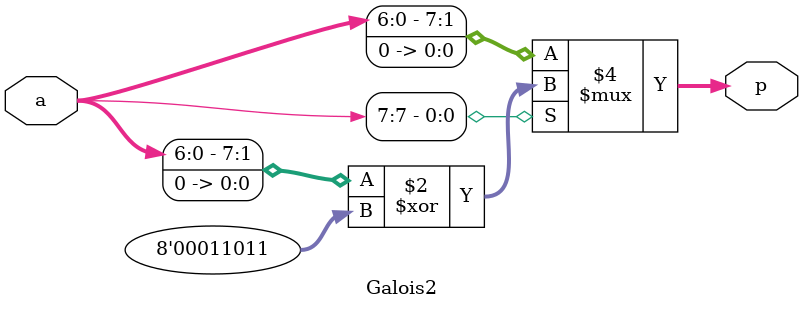
<source format=v>
module Galois2(a,p);
	input [7:0] a;
	output [7:0] p;
	assign p = a[7] ? (a<<1)^(8'h1b) : a<<1;
endmodule

</source>
